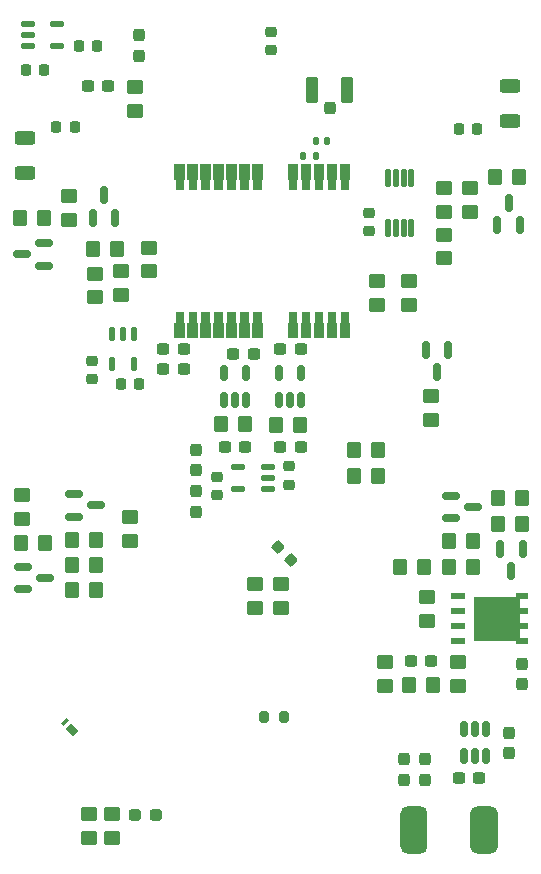
<source format=gbr>
%TF.GenerationSoftware,KiCad,Pcbnew,8.0.4*%
%TF.CreationDate,2024-07-23T16:26:40+02:00*%
%TF.ProjectId,Vertigo Pro PR1,56657274-6967-46f2-9050-726f20505231,DPR1*%
%TF.SameCoordinates,Original*%
%TF.FileFunction,Paste,Bot*%
%TF.FilePolarity,Positive*%
%FSLAX46Y46*%
G04 Gerber Fmt 4.6, Leading zero omitted, Abs format (unit mm)*
G04 Created by KiCad (PCBNEW 8.0.4) date 2024-07-23 16:26:40*
%MOMM*%
%LPD*%
G01*
G04 APERTURE LIST*
G04 Aperture macros list*
%AMRoundRect*
0 Rectangle with rounded corners*
0 $1 Rounding radius*
0 $2 $3 $4 $5 $6 $7 $8 $9 X,Y pos of 4 corners*
0 Add a 4 corners polygon primitive as box body*
4,1,4,$2,$3,$4,$5,$6,$7,$8,$9,$2,$3,0*
0 Add four circle primitives for the rounded corners*
1,1,$1+$1,$2,$3*
1,1,$1+$1,$4,$5*
1,1,$1+$1,$6,$7*
1,1,$1+$1,$8,$9*
0 Add four rect primitives between the rounded corners*
20,1,$1+$1,$2,$3,$4,$5,0*
20,1,$1+$1,$4,$5,$6,$7,0*
20,1,$1+$1,$6,$7,$8,$9,0*
20,1,$1+$1,$8,$9,$2,$3,0*%
G04 Aperture macros list end*
%ADD10C,0.000100*%
%ADD11RoundRect,0.237500X-0.300000X-0.237500X0.300000X-0.237500X0.300000X0.237500X-0.300000X0.237500X0*%
%ADD12RoundRect,0.150000X0.150000X-0.512500X0.150000X0.512500X-0.150000X0.512500X-0.150000X-0.512500X0*%
%ADD13RoundRect,0.150000X-0.150000X0.587500X-0.150000X-0.587500X0.150000X-0.587500X0.150000X0.587500X0*%
%ADD14R,3.910000X3.810000*%
%ADD15R,1.270000X0.610000*%
%ADD16R,1.020000X0.610000*%
%ADD17RoundRect,0.225000X0.225000X0.250000X-0.225000X0.250000X-0.225000X-0.250000X0.225000X-0.250000X0*%
%ADD18RoundRect,0.250000X0.350000X0.450000X-0.350000X0.450000X-0.350000X-0.450000X0.350000X-0.450000X0*%
%ADD19RoundRect,0.250000X-0.450000X0.350000X-0.450000X-0.350000X0.450000X-0.350000X0.450000X0.350000X0*%
%ADD20RoundRect,0.598250X-0.598250X-1.401750X0.598250X-1.401750X0.598250X1.401750X-0.598250X1.401750X0*%
%ADD21RoundRect,0.571500X-0.571500X-1.428500X0.571500X-1.428500X0.571500X1.428500X-0.571500X1.428500X0*%
%ADD22RoundRect,0.147500X0.457500X0.147500X-0.457500X0.147500X-0.457500X-0.147500X0.457500X-0.147500X0*%
%ADD23RoundRect,0.250000X0.450000X-0.350000X0.450000X0.350000X-0.450000X0.350000X-0.450000X-0.350000X0*%
%ADD24RoundRect,0.250000X-0.350000X-0.450000X0.350000X-0.450000X0.350000X0.450000X-0.350000X0.450000X0*%
%ADD25RoundRect,0.237500X0.287500X0.237500X-0.287500X0.237500X-0.287500X-0.237500X0.287500X-0.237500X0*%
%ADD26RoundRect,0.237500X0.237500X-0.300000X0.237500X0.300000X-0.237500X0.300000X-0.237500X-0.300000X0*%
%ADD27RoundRect,0.150000X-0.587500X-0.150000X0.587500X-0.150000X0.587500X0.150000X-0.587500X0.150000X0*%
%ADD28RoundRect,0.225000X-0.250000X0.225000X-0.250000X-0.225000X0.250000X-0.225000X0.250000X0.225000X0*%
%ADD29RoundRect,0.237500X-0.237500X0.300000X-0.237500X-0.300000X0.237500X-0.300000X0.237500X0.300000X0*%
%ADD30RoundRect,0.225000X-0.225000X-0.250000X0.225000X-0.250000X0.225000X0.250000X-0.225000X0.250000X0*%
%ADD31RoundRect,0.250000X0.625000X-0.312500X0.625000X0.312500X-0.625000X0.312500X-0.625000X-0.312500X0*%
%ADD32RoundRect,0.075000X0.470226X-0.081317X-0.081317X0.470226X-0.470226X0.081317X0.081317X-0.470226X0*%
%ADD33RoundRect,0.075000X0.247487X0.141421X0.141421X0.247487X-0.247487X-0.141421X-0.141421X-0.247487X0*%
%ADD34RoundRect,0.237500X0.300000X0.237500X-0.300000X0.237500X-0.300000X-0.237500X0.300000X-0.237500X0*%
%ADD35RoundRect,0.122500X-0.122500X0.627500X-0.122500X-0.627500X0.122500X-0.627500X0.122500X0.627500X0*%
%ADD36RoundRect,0.122500X0.122500X-0.627500X0.122500X0.627500X-0.122500X0.627500X-0.122500X-0.627500X0*%
%ADD37RoundRect,0.147500X-0.147500X-0.172500X0.147500X-0.172500X0.147500X0.172500X-0.147500X0.172500X0*%
%ADD38RoundRect,0.150000X0.587500X0.150000X-0.587500X0.150000X-0.587500X-0.150000X0.587500X-0.150000X0*%
%ADD39RoundRect,0.225000X0.250000X-0.225000X0.250000X0.225000X-0.250000X0.225000X-0.250000X-0.225000X0*%
%ADD40RoundRect,0.150000X-0.150000X0.512500X-0.150000X-0.512500X0.150000X-0.512500X0.150000X0.512500X0*%
%ADD41RoundRect,0.250000X0.250000X-0.275000X0.250000X0.275000X-0.250000X0.275000X-0.250000X-0.275000X0*%
%ADD42RoundRect,0.250000X0.275000X-0.850000X0.275000X0.850000X-0.275000X0.850000X-0.275000X-0.850000X0*%
%ADD43RoundRect,0.200000X-0.200000X-0.275000X0.200000X-0.275000X0.200000X0.275000X-0.200000X0.275000X0*%
%ADD44RoundRect,0.150000X0.150000X-0.587500X0.150000X0.587500X-0.150000X0.587500X-0.150000X-0.587500X0*%
%ADD45RoundRect,0.135000X-0.135000X-0.185000X0.135000X-0.185000X0.135000X0.185000X-0.135000X0.185000X0*%
%ADD46RoundRect,0.225000X0.335876X0.017678X0.017678X0.335876X-0.335876X-0.017678X-0.017678X-0.335876X0*%
%ADD47RoundRect,0.147500X-0.147500X0.457500X-0.147500X-0.457500X0.147500X-0.457500X0.147500X0.457500X0*%
%ADD48RoundRect,0.147500X-0.457500X-0.147500X0.457500X-0.147500X0.457500X0.147500X-0.457500X0.147500X0*%
G04 APERTURE END LIST*
D10*
%TO.C,U8*%
X141455000Y-91440000D02*
X141355000Y-91440000D01*
X141355000Y-92340000D01*
X140755000Y-92340000D01*
X140755000Y-91440000D01*
X140655000Y-91440000D01*
X140655000Y-90240000D01*
X141455000Y-90240000D01*
X141455000Y-91440000D01*
G36*
X141455000Y-91440000D02*
G01*
X141355000Y-91440000D01*
X141355000Y-92340000D01*
X140755000Y-92340000D01*
X140755000Y-91440000D01*
X140655000Y-91440000D01*
X140655000Y-90240000D01*
X141455000Y-90240000D01*
X141455000Y-91440000D01*
G37*
X141355000Y-103640000D02*
X141455000Y-103640000D01*
X141455000Y-104840000D01*
X140655000Y-104840000D01*
X140655000Y-103640000D01*
X140755000Y-103640000D01*
X140755000Y-102740000D01*
X141355000Y-102740000D01*
X141355000Y-103640000D01*
G36*
X141355000Y-103640000D02*
G01*
X141455000Y-103640000D01*
X141455000Y-104840000D01*
X140655000Y-104840000D01*
X140655000Y-103640000D01*
X140755000Y-103640000D01*
X140755000Y-102740000D01*
X141355000Y-102740000D01*
X141355000Y-103640000D01*
G37*
X142555000Y-91440000D02*
X142455000Y-91440001D01*
X142455000Y-92340000D01*
X141855000Y-92340000D01*
X141855000Y-91440001D01*
X141755000Y-91440000D01*
X141755000Y-90240000D01*
X142555000Y-90240000D01*
X142555000Y-91440000D01*
G36*
X142555000Y-91440000D02*
G01*
X142455000Y-91440001D01*
X142455000Y-92340000D01*
X141855000Y-92340000D01*
X141855000Y-91440001D01*
X141755000Y-91440000D01*
X141755000Y-90240000D01*
X142555000Y-90240000D01*
X142555000Y-91440000D01*
G37*
X142455000Y-103639999D02*
X142555000Y-103640000D01*
X142555000Y-104840000D01*
X141755000Y-104840000D01*
X141755000Y-103640000D01*
X141855000Y-103639999D01*
X141855000Y-102740000D01*
X142455000Y-102740000D01*
X142455000Y-103639999D01*
G36*
X142455000Y-103639999D02*
G01*
X142555000Y-103640000D01*
X142555000Y-104840000D01*
X141755000Y-104840000D01*
X141755000Y-103640000D01*
X141855000Y-103639999D01*
X141855000Y-102740000D01*
X142455000Y-102740000D01*
X142455000Y-103639999D01*
G37*
X143655000Y-91440000D02*
X143555000Y-91440000D01*
X143555000Y-92340000D01*
X142955000Y-92340000D01*
X142955000Y-91440000D01*
X142855000Y-91440000D01*
X142855000Y-90240000D01*
X143655000Y-90240000D01*
X143655000Y-91440000D01*
G36*
X143655000Y-91440000D02*
G01*
X143555000Y-91440000D01*
X143555000Y-92340000D01*
X142955000Y-92340000D01*
X142955000Y-91440000D01*
X142855000Y-91440000D01*
X142855000Y-90240000D01*
X143655000Y-90240000D01*
X143655000Y-91440000D01*
G37*
X143555000Y-103640000D02*
X143655000Y-103640000D01*
X143655000Y-104840000D01*
X142855000Y-104840000D01*
X142855000Y-103640000D01*
X142955000Y-103640000D01*
X142955000Y-102740000D01*
X143555000Y-102740000D01*
X143555000Y-103640000D01*
G36*
X143555000Y-103640000D02*
G01*
X143655000Y-103640000D01*
X143655000Y-104840000D01*
X142855000Y-104840000D01*
X142855000Y-103640000D01*
X142955000Y-103640000D01*
X142955000Y-102740000D01*
X143555000Y-102740000D01*
X143555000Y-103640000D01*
G37*
X144755000Y-91440000D02*
X144655000Y-91440001D01*
X144655000Y-92340000D01*
X144055000Y-92340000D01*
X144055000Y-91440001D01*
X143955000Y-91440000D01*
X143955000Y-90240000D01*
X144755000Y-90240000D01*
X144755000Y-91440000D01*
G36*
X144755000Y-91440000D02*
G01*
X144655000Y-91440001D01*
X144655000Y-92340000D01*
X144055000Y-92340000D01*
X144055000Y-91440001D01*
X143955000Y-91440000D01*
X143955000Y-90240000D01*
X144755000Y-90240000D01*
X144755000Y-91440000D01*
G37*
X144655000Y-103639999D02*
X144755000Y-103640000D01*
X144755000Y-104840000D01*
X143955000Y-104840000D01*
X143955000Y-103640000D01*
X144055000Y-103639999D01*
X144055000Y-102740000D01*
X144655000Y-102740000D01*
X144655000Y-103639999D01*
G36*
X144655000Y-103639999D02*
G01*
X144755000Y-103640000D01*
X144755000Y-104840000D01*
X143955000Y-104840000D01*
X143955000Y-103640000D01*
X144055000Y-103639999D01*
X144055000Y-102740000D01*
X144655000Y-102740000D01*
X144655000Y-103639999D01*
G37*
X145855000Y-91440001D02*
X145755000Y-91440000D01*
X145755000Y-92340000D01*
X145155000Y-92340000D01*
X145155000Y-91440000D01*
X145055000Y-91440000D01*
X145055000Y-90240000D01*
X145855001Y-90240000D01*
X145855000Y-91440001D01*
G36*
X145855000Y-91440001D02*
G01*
X145755000Y-91440000D01*
X145755000Y-92340000D01*
X145155000Y-92340000D01*
X145155000Y-91440000D01*
X145055000Y-91440000D01*
X145055000Y-90240000D01*
X145855001Y-90240000D01*
X145855000Y-91440001D01*
G37*
X145755000Y-103640000D02*
X145855000Y-103639999D01*
X145855001Y-104840000D01*
X145055000Y-104840000D01*
X145055000Y-103640000D01*
X145155000Y-103640000D01*
X145155000Y-102740000D01*
X145755000Y-102740000D01*
X145755000Y-103640000D01*
G36*
X145755000Y-103640000D02*
G01*
X145855000Y-103639999D01*
X145855001Y-104840000D01*
X145055000Y-104840000D01*
X145055000Y-103640000D01*
X145155000Y-103640000D01*
X145155000Y-102740000D01*
X145755000Y-102740000D01*
X145755000Y-103640000D01*
G37*
X146955000Y-91440000D02*
X146854999Y-91440000D01*
X146855000Y-92340000D01*
X146255000Y-92340000D01*
X146255000Y-91440000D01*
X146155000Y-91440001D01*
X146155001Y-90240000D01*
X146955000Y-90240000D01*
X146955000Y-91440000D01*
G36*
X146955000Y-91440000D02*
G01*
X146854999Y-91440000D01*
X146855000Y-92340000D01*
X146255000Y-92340000D01*
X146255000Y-91440000D01*
X146155000Y-91440001D01*
X146155001Y-90240000D01*
X146955000Y-90240000D01*
X146955000Y-91440000D01*
G37*
X146854999Y-103640000D02*
X146955000Y-103640000D01*
X146955000Y-104840000D01*
X146155001Y-104840000D01*
X146155000Y-103639999D01*
X146255000Y-103640000D01*
X146255000Y-102740000D01*
X146855000Y-102740000D01*
X146854999Y-103640000D01*
G36*
X146854999Y-103640000D02*
G01*
X146955000Y-103640000D01*
X146955000Y-104840000D01*
X146155001Y-104840000D01*
X146155000Y-103639999D01*
X146255000Y-103640000D01*
X146255000Y-102740000D01*
X146855000Y-102740000D01*
X146854999Y-103640000D01*
G37*
X148055000Y-91440001D02*
X147955000Y-91440000D01*
X147955000Y-92340000D01*
X147355000Y-92340000D01*
X147355000Y-91440000D01*
X147255000Y-91440000D01*
X147255000Y-90240000D01*
X148055000Y-90239999D01*
X148055000Y-91440001D01*
G36*
X148055000Y-91440001D02*
G01*
X147955000Y-91440000D01*
X147955000Y-92340000D01*
X147355000Y-92340000D01*
X147355000Y-91440000D01*
X147255000Y-91440000D01*
X147255000Y-90240000D01*
X148055000Y-90239999D01*
X148055000Y-91440001D01*
G37*
X147955000Y-103640000D02*
X148055000Y-103639999D01*
X148055000Y-104840001D01*
X147255000Y-104840000D01*
X147255000Y-103640000D01*
X147355000Y-103640000D01*
X147355000Y-102740000D01*
X147955000Y-102740000D01*
X147955000Y-103640000D01*
G36*
X147955000Y-103640000D02*
G01*
X148055000Y-103639999D01*
X148055000Y-104840001D01*
X147255000Y-104840000D01*
X147255000Y-103640000D01*
X147355000Y-103640000D01*
X147355000Y-102740000D01*
X147955000Y-102740000D01*
X147955000Y-103640000D01*
G37*
X151055000Y-91440000D02*
X150955000Y-91440000D01*
X150955000Y-92340000D01*
X150355000Y-92340000D01*
X150355000Y-91440000D01*
X150255000Y-91440001D01*
X150254999Y-90240000D01*
X151055000Y-90240000D01*
X151055000Y-91440000D01*
G36*
X151055000Y-91440000D02*
G01*
X150955000Y-91440000D01*
X150955000Y-92340000D01*
X150355000Y-92340000D01*
X150355000Y-91440000D01*
X150255000Y-91440001D01*
X150254999Y-90240000D01*
X151055000Y-90240000D01*
X151055000Y-91440000D01*
G37*
X150955000Y-103640000D02*
X151055000Y-103640000D01*
X151055000Y-104840000D01*
X150254999Y-104840000D01*
X150255000Y-103639999D01*
X150355000Y-103640000D01*
X150355000Y-102740000D01*
X150955000Y-102740000D01*
X150955000Y-103640000D01*
G36*
X150955000Y-103640000D02*
G01*
X151055000Y-103640000D01*
X151055000Y-104840000D01*
X150254999Y-104840000D01*
X150255000Y-103639999D01*
X150355000Y-103640000D01*
X150355000Y-102740000D01*
X150955000Y-102740000D01*
X150955000Y-103640000D01*
G37*
X152155000Y-91440000D02*
X152055000Y-91440001D01*
X152055000Y-92340000D01*
X151455000Y-92340000D01*
X151455000Y-91440001D01*
X151355000Y-91440000D01*
X151355000Y-90240000D01*
X152155000Y-90240000D01*
X152155000Y-91440000D01*
G36*
X152155000Y-91440000D02*
G01*
X152055000Y-91440001D01*
X152055000Y-92340000D01*
X151455000Y-92340000D01*
X151455000Y-91440001D01*
X151355000Y-91440000D01*
X151355000Y-90240000D01*
X152155000Y-90240000D01*
X152155000Y-91440000D01*
G37*
X152055000Y-103639999D02*
X152155000Y-103640000D01*
X152155000Y-104840000D01*
X151355000Y-104840000D01*
X151355000Y-103640000D01*
X151455000Y-103639999D01*
X151455000Y-102740000D01*
X152055000Y-102740000D01*
X152055000Y-103639999D01*
G36*
X152055000Y-103639999D02*
G01*
X152155000Y-103640000D01*
X152155000Y-104840000D01*
X151355000Y-104840000D01*
X151355000Y-103640000D01*
X151455000Y-103639999D01*
X151455000Y-102740000D01*
X152055000Y-102740000D01*
X152055000Y-103639999D01*
G37*
X153255000Y-91440000D02*
X153155000Y-91440000D01*
X153155000Y-92340000D01*
X152555000Y-92340000D01*
X152555000Y-91440000D01*
X152455000Y-91440000D01*
X152455000Y-90240000D01*
X153255000Y-90240000D01*
X153255000Y-91440000D01*
G36*
X153255000Y-91440000D02*
G01*
X153155000Y-91440000D01*
X153155000Y-92340000D01*
X152555000Y-92340000D01*
X152555000Y-91440000D01*
X152455000Y-91440000D01*
X152455000Y-90240000D01*
X153255000Y-90240000D01*
X153255000Y-91440000D01*
G37*
X153155000Y-103640000D02*
X153255000Y-103640000D01*
X153255000Y-104840000D01*
X152455000Y-104840000D01*
X152455000Y-103640000D01*
X152555000Y-103640000D01*
X152555000Y-102740000D01*
X153155000Y-102740000D01*
X153155000Y-103640000D01*
G36*
X153155000Y-103640000D02*
G01*
X153255000Y-103640000D01*
X153255000Y-104840000D01*
X152455000Y-104840000D01*
X152455000Y-103640000D01*
X152555000Y-103640000D01*
X152555000Y-102740000D01*
X153155000Y-102740000D01*
X153155000Y-103640000D01*
G37*
X154355000Y-91440000D02*
X154255000Y-91440001D01*
X154255000Y-92340000D01*
X153655000Y-92340000D01*
X153655000Y-91440001D01*
X153555000Y-91440000D01*
X153555000Y-90240000D01*
X154355000Y-90240000D01*
X154355000Y-91440000D01*
G36*
X154355000Y-91440000D02*
G01*
X154255000Y-91440001D01*
X154255000Y-92340000D01*
X153655000Y-92340000D01*
X153655000Y-91440001D01*
X153555000Y-91440000D01*
X153555000Y-90240000D01*
X154355000Y-90240000D01*
X154355000Y-91440000D01*
G37*
X154255000Y-103639999D02*
X154355000Y-103640000D01*
X154355000Y-104840000D01*
X153555000Y-104840000D01*
X153555000Y-103640000D01*
X153655000Y-103639999D01*
X153655000Y-102740000D01*
X154255000Y-102740000D01*
X154255000Y-103639999D01*
G36*
X154255000Y-103639999D02*
G01*
X154355000Y-103640000D01*
X154355000Y-104840000D01*
X153555000Y-104840000D01*
X153555000Y-103640000D01*
X153655000Y-103639999D01*
X153655000Y-102740000D01*
X154255000Y-102740000D01*
X154255000Y-103639999D01*
G37*
X155455000Y-91440000D02*
X155355000Y-91440000D01*
X155355000Y-92340000D01*
X154755000Y-92340000D01*
X154755000Y-91440000D01*
X154655000Y-91440000D01*
X154655000Y-90240000D01*
X155455000Y-90240000D01*
X155455000Y-91440000D01*
G36*
X155455000Y-91440000D02*
G01*
X155355000Y-91440000D01*
X155355000Y-92340000D01*
X154755000Y-92340000D01*
X154755000Y-91440000D01*
X154655000Y-91440000D01*
X154655000Y-90240000D01*
X155455000Y-90240000D01*
X155455000Y-91440000D01*
G37*
X155355000Y-103640000D02*
X155455000Y-103640000D01*
X155455000Y-104840000D01*
X154655000Y-104840000D01*
X154655000Y-103640000D01*
X154755000Y-103640000D01*
X154755000Y-102740000D01*
X155355000Y-102740000D01*
X155355000Y-103640000D01*
G36*
X155355000Y-103640000D02*
G01*
X155455000Y-103640000D01*
X155455000Y-104840000D01*
X154655000Y-104840000D01*
X154655000Y-103640000D01*
X154755000Y-103640000D01*
X154755000Y-102740000D01*
X155355000Y-102740000D01*
X155355000Y-103640000D01*
G37*
%TD*%
D11*
%TO.C,C51*%
X149637498Y-114187500D03*
X151362500Y-114187500D03*
%TD*%
D12*
%TO.C,U13*%
X151375000Y-110150000D03*
X150425001Y-110150000D03*
X149475002Y-110150000D03*
X149475002Y-107875000D03*
X151375000Y-107875000D03*
%TD*%
D13*
%TO.C,Q6*%
X161950000Y-105924999D03*
X163850000Y-105924999D03*
X162900000Y-107800000D03*
%TD*%
D14*
%TO.C,Q5*%
X168000000Y-128700000D03*
D15*
X164639999Y-130605000D03*
X164639999Y-129335000D03*
X164639999Y-128065000D03*
X164639999Y-126795000D03*
D16*
X170104999Y-126795000D03*
X170104999Y-128065000D03*
X170104999Y-129335000D03*
X170104999Y-130605000D03*
%TD*%
D17*
%TO.C,C50*%
X132225000Y-87100000D03*
X130675000Y-87100000D03*
%TD*%
%TO.C,C48*%
X134125000Y-80250000D03*
X132575000Y-80250000D03*
%TD*%
D18*
%TO.C,R31*%
X157900000Y-114450000D03*
X155900000Y-114450000D03*
%TD*%
D19*
%TO.C,R28*%
X163500000Y-92250000D03*
X163500000Y-94250000D03*
%TD*%
D18*
%TO.C,R39*%
X170050000Y-118500000D03*
X168050000Y-118500000D03*
%TD*%
D20*
%TO.C,L1*%
X166896500Y-146550000D03*
D21*
X160950000Y-146550000D03*
%TD*%
D22*
%TO.C,U10*%
X148555000Y-115850000D03*
X148555000Y-116800000D03*
X148555000Y-117750000D03*
X146045000Y-117750000D03*
X146045000Y-115850000D03*
%TD*%
D19*
%TO.C,R29*%
X149700000Y-125800000D03*
X149700000Y-127800000D03*
%TD*%
D23*
%TO.C,R5*%
X133400000Y-147225000D03*
X133400000Y-145225000D03*
%TD*%
D18*
%TO.C,R37*%
X165950000Y-124350000D03*
X163950000Y-124350000D03*
%TD*%
D24*
%TO.C,R14*%
X144624999Y-112237500D03*
X146624999Y-112237500D03*
%TD*%
D25*
%TO.C,D3*%
X139074999Y-145350000D03*
X137325001Y-145350000D03*
%TD*%
D11*
%TO.C,C13*%
X164740999Y-142200001D03*
X166466001Y-142200001D03*
%TD*%
D23*
%TO.C,R24*%
X127800000Y-120250000D03*
X127800000Y-118250000D03*
%TD*%
D18*
%TO.C,R19*%
X135800000Y-97400000D03*
X133800000Y-97400000D03*
%TD*%
D26*
%TO.C,C46*%
X142450000Y-119625002D03*
X142450000Y-117900000D03*
%TD*%
D17*
%TO.C,C11*%
X137692500Y-108850000D03*
X136142500Y-108850000D03*
%TD*%
D27*
%TO.C,Q9*%
X164075000Y-120200000D03*
X164075000Y-118300000D03*
X165950001Y-119250000D03*
%TD*%
D19*
%TO.C,R38*%
X163500000Y-96200000D03*
X163500000Y-98200000D03*
%TD*%
D28*
%TO.C,C40*%
X157150000Y-94325000D03*
X157150000Y-95875000D03*
%TD*%
D23*
%TO.C,R10*%
X157800000Y-102100000D03*
X157800000Y-100100000D03*
%TD*%
D17*
%TO.C,C47*%
X129625000Y-82250000D03*
X128075000Y-82250000D03*
%TD*%
D29*
%TO.C,C12*%
X168953500Y-138337500D03*
X168953500Y-140062502D03*
%TD*%
D19*
%TO.C,R26*%
X162400000Y-109850000D03*
X162400000Y-111850000D03*
%TD*%
D30*
%TO.C,C49*%
X164757500Y-87200000D03*
X166307500Y-87200000D03*
%TD*%
D18*
%TO.C,R16*%
X162522499Y-134300000D03*
X160522499Y-134300000D03*
%TD*%
D19*
%TO.C,R21*%
X131700000Y-92900000D03*
X131700000Y-94900000D03*
%TD*%
D31*
%TO.C,R63*%
X169100000Y-86562500D03*
X169100000Y-83637500D03*
%TD*%
D18*
%TO.C,R20*%
X134030000Y-122000000D03*
X132030000Y-122000000D03*
%TD*%
D24*
%TO.C,R23*%
X127600000Y-94800000D03*
X129600000Y-94800000D03*
%TD*%
D32*
%TO.C,D5*%
X132001525Y-138101525D03*
D33*
X131375736Y-137475736D03*
%TD*%
D34*
%TO.C,C30*%
X141462500Y-107550000D03*
X139737500Y-107550000D03*
%TD*%
D23*
%TO.C,R4*%
X135400000Y-147225000D03*
X135400000Y-145225000D03*
%TD*%
D12*
%TO.C,U4*%
X146724999Y-110187500D03*
X145775000Y-110187500D03*
X144825001Y-110187500D03*
X144825001Y-107912500D03*
X146724999Y-107912500D03*
%TD*%
D35*
%TO.C,U9*%
X158775000Y-91377500D03*
X159425000Y-91377500D03*
X160075000Y-91377500D03*
X160725000Y-91377500D03*
D36*
X160725000Y-95587500D03*
X160075000Y-95587500D03*
X159425000Y-95587500D03*
X158775000Y-95587500D03*
%TD*%
D37*
%TO.C,L2*%
X152615000Y-88250000D03*
X153585000Y-88250000D03*
%TD*%
D23*
%TO.C,R34*%
X158450000Y-134400000D03*
X158450000Y-132400000D03*
%TD*%
D19*
%TO.C,R11*%
X136100000Y-99250000D03*
X136100000Y-101250000D03*
%TD*%
D11*
%TO.C,C24*%
X145637499Y-106250000D03*
X147362501Y-106250000D03*
%TD*%
D28*
%TO.C,C44*%
X144250000Y-116700000D03*
X144250000Y-118250000D03*
%TD*%
D29*
%TO.C,C45*%
X142450000Y-114387499D03*
X142450000Y-116112501D03*
%TD*%
D24*
%TO.C,R13*%
X149299999Y-112262500D03*
X151299999Y-112262500D03*
%TD*%
D34*
%TO.C,C28*%
X162412501Y-132300000D03*
X160687499Y-132300000D03*
%TD*%
D19*
%TO.C,R30*%
X147500000Y-125800000D03*
X147500000Y-127800000D03*
%TD*%
D24*
%TO.C,R36*%
X167800000Y-91300000D03*
X169800000Y-91300000D03*
%TD*%
D38*
%TO.C,Q4*%
X129600000Y-96900000D03*
X129600000Y-98800000D03*
X127724999Y-97850000D03*
%TD*%
D39*
%TO.C,C10*%
X133650000Y-108425000D03*
X133650000Y-106875000D03*
%TD*%
D19*
%TO.C,R9*%
X160500000Y-100100000D03*
X160500000Y-102100000D03*
%TD*%
D39*
%TO.C,C43*%
X150375000Y-117350000D03*
X150375000Y-115800000D03*
%TD*%
D24*
%TO.C,R32*%
X168050000Y-120650000D03*
X170050000Y-120650000D03*
%TD*%
D40*
%TO.C,U2*%
X165153501Y-138062501D03*
X166103500Y-138062501D03*
X167053499Y-138062501D03*
X167053499Y-140337501D03*
X166103500Y-140337501D03*
X165153501Y-140337501D03*
%TD*%
D18*
%TO.C,R43*%
X157900000Y-116600000D03*
X155900000Y-116600000D03*
%TD*%
D11*
%TO.C,C23*%
X144949997Y-114187500D03*
X146674999Y-114187500D03*
%TD*%
D19*
%TO.C,R7*%
X136900000Y-120100000D03*
X136900000Y-122100000D03*
%TD*%
D23*
%TO.C,R8*%
X138500000Y-99300000D03*
X138500000Y-97300000D03*
%TD*%
D13*
%TO.C,Q7*%
X168250000Y-122812500D03*
X170150000Y-122812500D03*
X169200000Y-124687501D03*
%TD*%
D11*
%TO.C,C25*%
X133337499Y-83600000D03*
X135062501Y-83600000D03*
%TD*%
D41*
%TO.C,AE1*%
X153800000Y-85430000D03*
D42*
X152325000Y-83905000D03*
X155275000Y-83905000D03*
%TD*%
D18*
%TO.C,R35*%
X165940000Y-122160000D03*
X163940000Y-122160000D03*
%TD*%
D23*
%TO.C,R15*%
X162050000Y-128900000D03*
X162050000Y-126900000D03*
%TD*%
D31*
%TO.C,R64*%
X128000000Y-90962500D03*
X128000000Y-88037500D03*
%TD*%
D24*
%TO.C,R6*%
X132025000Y-126300000D03*
X134025000Y-126300000D03*
%TD*%
D18*
%TO.C,R22*%
X134030000Y-124150000D03*
X132030000Y-124150000D03*
%TD*%
D23*
%TO.C,R33*%
X165700000Y-94250000D03*
X165700000Y-92250000D03*
%TD*%
D43*
%TO.C,R1*%
X148275000Y-137000000D03*
X149925000Y-137000000D03*
%TD*%
D44*
%TO.C,Q8*%
X169900000Y-95375001D03*
X168000000Y-95375001D03*
X168950000Y-93500000D03*
%TD*%
D26*
%TO.C,C17*%
X137625000Y-81037501D03*
X137625000Y-79312499D03*
%TD*%
D18*
%TO.C,R27*%
X161775000Y-124350000D03*
X159775000Y-124350000D03*
%TD*%
D26*
%TO.C,C14*%
X161853500Y-142312502D03*
X161853500Y-140587500D03*
%TD*%
D27*
%TO.C,Q3*%
X132162500Y-120050000D03*
X132162500Y-118150000D03*
X134037501Y-119100000D03*
%TD*%
D18*
%TO.C,R18*%
X129700000Y-122300000D03*
X127700000Y-122300000D03*
%TD*%
D45*
%TO.C,R44*%
X151590000Y-89500000D03*
X152610000Y-89500000D03*
%TD*%
D19*
%TO.C,R17*%
X164700000Y-132400000D03*
X164700000Y-134400000D03*
%TD*%
D46*
%TO.C,C2*%
X150548008Y-123748008D03*
X149451992Y-122651992D03*
%TD*%
D19*
%TO.C,R25*%
X133900000Y-99500000D03*
X133900000Y-101500000D03*
%TD*%
D39*
%TO.C,C26*%
X148850000Y-80575000D03*
X148850000Y-79025000D03*
%TD*%
D11*
%TO.C,C52*%
X149637499Y-105900000D03*
X151362501Y-105900000D03*
%TD*%
D34*
%TO.C,C29*%
X141462500Y-105900000D03*
X139737500Y-105900000D03*
%TD*%
D23*
%TO.C,R12*%
X137300000Y-85700000D03*
X137300000Y-83700000D03*
%TD*%
D47*
%TO.C,U5*%
X135350001Y-104595000D03*
X136300000Y-104595000D03*
X137249999Y-104595000D03*
X137249999Y-107105000D03*
X135350001Y-107105000D03*
%TD*%
D27*
%TO.C,Q1*%
X127812500Y-126200000D03*
X127812500Y-124300000D03*
X129687501Y-125250000D03*
%TD*%
D29*
%TO.C,C27*%
X170100000Y-132537499D03*
X170100000Y-134262501D03*
%TD*%
D44*
%TO.C,Q2*%
X135650000Y-94737500D03*
X133750000Y-94737500D03*
X134700000Y-92862499D03*
%TD*%
D26*
%TO.C,C15*%
X160103500Y-142312502D03*
X160103500Y-140587500D03*
%TD*%
D48*
%TO.C,U12*%
X128245000Y-80249999D03*
X128245000Y-79300000D03*
X128245000Y-78350001D03*
X130755000Y-78350001D03*
X130755000Y-80249999D03*
%TD*%
M02*

</source>
